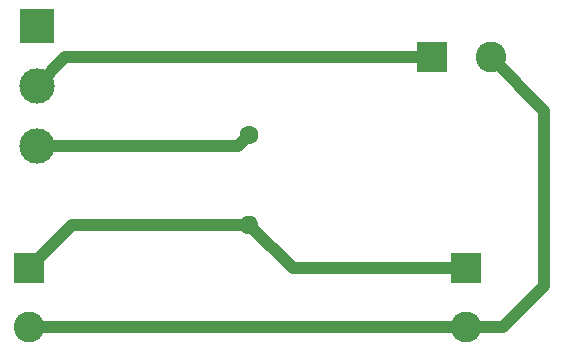
<source format=gbr>
%TF.GenerationSoftware,KiCad,Pcbnew,8.0.9*%
%TF.CreationDate,2025-05-15T21:30:13+02:00*%
%TF.ProjectId,timmer-555,74696d6d-6572-42d3-9535-352e6b696361,rev?*%
%TF.SameCoordinates,Original*%
%TF.FileFunction,Copper,L2,Bot*%
%TF.FilePolarity,Positive*%
%FSLAX46Y46*%
G04 Gerber Fmt 4.6, Leading zero omitted, Abs format (unit mm)*
G04 Created by KiCad (PCBNEW 8.0.9) date 2025-05-15 21:30:13*
%MOMM*%
%LPD*%
G01*
G04 APERTURE LIST*
%TA.AperFunction,ComponentPad*%
%ADD10R,3.000000X3.000000*%
%TD*%
%TA.AperFunction,ComponentPad*%
%ADD11C,3.000000*%
%TD*%
%TA.AperFunction,ComponentPad*%
%ADD12C,1.600000*%
%TD*%
%TA.AperFunction,ComponentPad*%
%ADD13O,1.600000X1.600000*%
%TD*%
%TA.AperFunction,ComponentPad*%
%ADD14R,2.600000X2.600000*%
%TD*%
%TA.AperFunction,ComponentPad*%
%ADD15C,2.600000*%
%TD*%
%TA.AperFunction,Conductor*%
%ADD16C,1.000000*%
%TD*%
G04 APERTURE END LIST*
D10*
%TO.P,SW1,1,C*%
%TO.N,unconnected-(SW1-C-Pad1)*%
X60500000Y-29000000D03*
D11*
%TO.P,SW1,2,B*%
%TO.N,VCC*%
X60500000Y-34080000D03*
%TO.P,SW1,3,A*%
%TO.N,Net-(SW1-A)*%
X60500000Y-39160000D03*
%TD*%
D12*
%TO.P,RL1,1*%
%TO.N,Net-(SW1-A)*%
X78500000Y-38190000D03*
D13*
%TO.P,RL1,2*%
%TO.N,Net-(J1-Pin_1)*%
X78500000Y-45810000D03*
%TD*%
D14*
%TO.P,J3,1,Pin_1*%
%TO.N,Net-(J1-Pin_1)*%
X59845000Y-49500000D03*
D15*
%TO.P,J3,2,Pin_2*%
%TO.N,GND*%
X59845000Y-54500000D03*
%TD*%
D14*
%TO.P,J2,1,Pin_1*%
%TO.N,VCC*%
X94000000Y-31655000D03*
D15*
%TO.P,J2,2,Pin_2*%
%TO.N,GND*%
X99000000Y-31655000D03*
%TD*%
D14*
%TO.P,J1,1,Pin_1*%
%TO.N,Net-(J1-Pin_1)*%
X96845000Y-49500000D03*
D15*
%TO.P,J1,2,Pin_2*%
%TO.N,GND*%
X96845000Y-54500000D03*
%TD*%
D16*
%TO.N,GND*%
X103500000Y-36155000D02*
X99000000Y-31655000D01*
X103500000Y-51000000D02*
X103500000Y-36155000D01*
X100000000Y-54500000D02*
X103500000Y-51000000D01*
X96845000Y-54500000D02*
X100000000Y-54500000D01*
%TO.N,Net-(J1-Pin_1)*%
X82190000Y-49500000D02*
X78500000Y-45810000D01*
X96845000Y-49500000D02*
X82190000Y-49500000D01*
%TO.N,GND*%
X59845000Y-54500000D02*
X96845000Y-54500000D01*
%TO.N,Net-(J1-Pin_1)*%
X63535000Y-45810000D02*
X59845000Y-49500000D01*
X78500000Y-45810000D02*
X63535000Y-45810000D01*
%TO.N,Net-(SW1-A)*%
X60500000Y-39160000D02*
X77530000Y-39160000D01*
X77530000Y-39160000D02*
X78500000Y-38190000D01*
%TO.N,VCC*%
X62925000Y-31655000D02*
X60500000Y-34080000D01*
X94000000Y-31655000D02*
X62925000Y-31655000D01*
%TD*%
M02*

</source>
